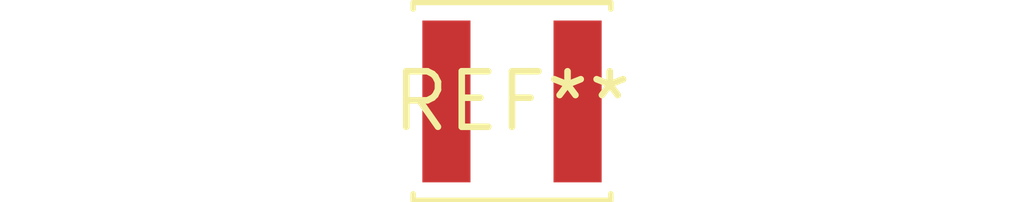
<source format=kicad_pcb>
(kicad_pcb (version 20240108) (generator pcbnew)
  (layers (0 "F.Cu" signal) (31 "B.Cu" signal) (34 "B.Paste" user) (35 "F.Paste" user) (36 "B.SilkS" user "B.Silkscreen") (37 "F.SilkS" user "F.Silkscreen") (38 "B.Mask" user) (39 "F.Mask" user) (44 "Edge.Cuts" user))
  (net 0 "")
  (footprint "L_Changjiang_FNR4020S" (layer "F.Cu") (at 0 0)
    (property "Reference" "REF**")
    (property "Value" "L_Changjiang_FNR4020S")
    (fp_line (start -2.26 -2.26) (end -2.26 -2.11) (layer "F.SilkS") (stroke (width 0.12)))
    (fp_line (start -2.26 -2.26) (end 2.26 -2.26) (layer "F.SilkS") (stroke (width 0.12)))
    (fp_line (start -2.26 2.26) (end -2.26 2.11) (layer "F.SilkS") (stroke (width 0.12)))
    (fp_line (start -2.26 2.26) (end 2.26 2.26) (layer "F.SilkS") (stroke (width 0.12)))
    (fp_line (start 2.26 -2.26) (end 2.26 -2.11) (layer "F.SilkS") (stroke (width 0.12)))
    (fp_line (start 2.26 2.26) (end 2.26 2.11) (layer "F.SilkS") (stroke (width 0.12)))
    (pad "1" smd rect (at -1.5 0) (size 1.1 3.7) (layers "F.Cu" "F.Paste" "F.Mask"))
    (pad "2" smd rect (at 1.5 0) (size 1.1 3.7) (layers "F.Cu" "F.Paste" "F.Mask"))
  )
)
</source>
